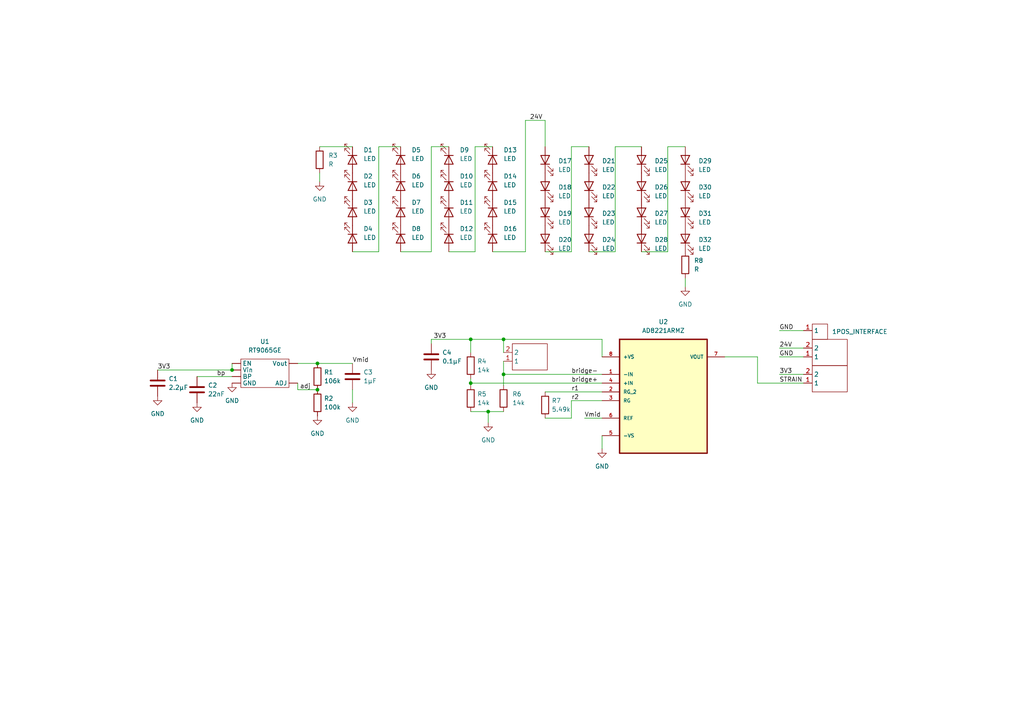
<source format=kicad_sch>
(kicad_sch (version 20211123) (generator eeschema)
  (paper "A4")
  (lib_symbols
    (symbol "Device:C" (pin_numbers hide) (pin_names (offset 0.254))
      (property "Reference" "C" (at 0.635 2.54 0))
      (property "Value" "C" (at 0.635 -2.54 0))
      (symbol "C_0_1"
        (polyline (pts (xy -2.032 -0.762) (xy 2.032 -0.762)) (stroke (width 0.508)))
        (polyline (pts (xy -2.032 0.762) (xy 2.032 0.762)) (stroke (width 0.508)))
      )
      (symbol "C_1_1"
        (pin passive line (at 0 3.81 270) (length 2.794) (name "~") (number "1"))
        (pin passive line (at 0 -3.81 90) (length 2.794) (name "~") (number "2"))
      )
    )
    (symbol "Device:LED" (pin_numbers hide) (pin_names (offset 1.016) hide)
      (property "Reference" "D" (at 0 2.54 0))
      (property "Value" "LED" (at 0 -2.54 0))
      (symbol "LED_0_1"
        (polyline (pts (xy -1.27 -1.27) (xy -1.27 1.27)) (stroke (width 0.254)))
        (polyline (pts (xy -1.27 0) (xy 1.27 0)))
        (polyline (pts (xy 1.27 -1.27) (xy 1.27 1.27) (xy -1.27 0) (xy 1.27 -1.27)) (stroke (width 0.254)))
        (polyline (pts (xy -3.048 -0.762) (xy -4.572 -2.286) (xy -3.81 -2.286) (xy -4.572 -2.286) (xy -4.572 -1.524)))
        (polyline (pts (xy -1.778 -0.762) (xy -3.302 -2.286) (xy -2.54 -2.286) (xy -3.302 -2.286) (xy -3.302 -1.524)))
      )
      (symbol "LED_1_1"
        (pin passive line (at -3.81 0 0) (length 2.54) (name "K") (number "1"))
        (pin passive line (at 3.81 0 180) (length 2.54) (name "A") (number "2"))
      )
    )
    (symbol "Device:R" (pin_numbers hide) (pin_names (offset 0))
      (property "Reference" "R" (at 2.032 0 90))
      (property "Value" "R" (at 0 0 90))
      (symbol "R_0_1"
        (rectangle (start -1.016 -2.54) (end 1.016 2.54) (stroke (width 0.254)))
      )
      (symbol "R_1_1"
        (pin passive line (at 0 3.81 270) (length 1.27) (name "~") (number "1"))
        (pin passive line (at 0 -3.81 90) (length 1.27) (name "~") (number "2"))
      )
    )
    (symbol "GND_1" (power) (pin_names (offset 0))
      (property "Value" "GND_1" (at 0 -3.81 0))
      (symbol "GND_1_0_1"
        (polyline (pts (xy 0 0) (xy 0 -1.27) (xy 1.27 -1.27) (xy 0 -2.54) (xy -1.27 -1.27) (xy 0 -1.27)))
      )
      (symbol "GND_1_1_1"
        (pin power_in line (at 0 0 270) (length 0) hide (name "GND") (number "1"))
      )
    )
    (symbol "GND_2" (power) (pin_names (offset 0))
      (property "Value" "GND_2" (at 0 -3.81 0))
      (symbol "GND_2_0_1"
        (polyline (pts (xy 0 0) (xy 0 -1.27) (xy 1.27 -1.27) (xy 0 -2.54) (xy -1.27 -1.27) (xy 0 -1.27)))
      )
      (symbol "GND_2_1_1"
        (pin power_in line (at 0 0 270) (length 0) hide (name "GND") (number "1"))
      )
    )
    (symbol "GND_3" (power) (pin_names (offset 0))
      (property "Value" "GND_3" (at 0 -3.81 0))
      (symbol "GND_3_0_1"
        (polyline (pts (xy 0 0) (xy 0 -1.27) (xy 1.27 -1.27) (xy 0 -2.54) (xy -1.27 -1.27) (xy 0 -1.27)))
      )
      (symbol "GND_3_1_1"
        (pin power_in line (at 0 0 270) (length 0) hide (name "GND") (number "1"))
      )
    )
    (symbol "IRTouch:1POS_INTERFACE"
      (property "Value" "1POS_INTERFACE" (at 0.635 5.08 0))
      (symbol "1POS_INTERFACE_0_1"
        (polyline (pts (xy 0 -2.54) (xy 0 1.905) (xy 4.445 1.905) (xy 4.445 -2.54) (xy 0 -2.54)))
      )
      (symbol "1POS_INTERFACE_1_1"
        (pin input line (at -2.54 0 0) (length 2.54) (name "1") (number "1"))
      )
    )
    (symbol "IRTouch:2POS_INTERFACE"
      (symbol "2POS_INTERFACE_0_1"
        (polyline (pts (xy 0 0) (xy 0 7.62) (xy 10.16 7.62) (xy 10.16 0) (xy 0 0)))
      )
      (symbol "2POS_INTERFACE_1_1"
        (pin input line (at -2.54 2.54 0) (length 2.54) (name "1") (number "1"))
        (pin input line (at -2.54 5.08 0) (length 2.54) (name "2") (number "2"))
      )
    )
    (symbol "IRTouch:AD8221ARMZ" (pin_names (offset 1.016))
      (property "Reference" "U" (at -4.58 15.1393 0))
      (property "Value" "AD8221ARMZ" (at -5.1856 -25.1909 0))
      (symbol "AD8221ARMZ_0_0"
        (rectangle (start -12.7 -20.32) (end 12.7 12.7) (stroke (width 0.4064)) (fill (type background)))
        (pin input line (at -17.78 2.54 0) (length 5.08) (name "-IN") (number "1"))
        (pin input line (at -17.78 -2.54 0) (length 5.08) (name "RG_2") (number "2"))
        (pin input line (at -17.78 -5.08 0) (length 5.08) (name "RG") (number "3"))
        (pin input line (at -17.78 0 0) (length 5.08) (name "+IN") (number "4"))
        (pin power_in line (at -17.78 -15.24 0) (length 5.08) (name "-VS") (number "5"))
        (pin passive line (at -17.78 -10.16 0) (length 5.08) (name "REF") (number "6"))
        (pin output line (at 17.78 7.62 180) (length 5.08) (name "VOUT") (number "7"))
        (pin power_in line (at -17.78 7.62 0) (length 5.08) (name "+VS") (number "8"))
      )
    )
    (symbol "IRTouch:RT9065GE" (pin_numbers hide)
      (property "Reference" "U" (at 0 8.89 0))
      (property "Value" "RT9065GE" (at 0 6.985 0))
      (symbol "RT9065GE_0_1"
        (rectangle (start -6.985 4.445) (end 6.985 -3.81))
      )
      (symbol "RT9065GE_1_1"
        (pin input line (at -9.525 1.27 0) (length 2.54) (name "Vin") (number "1"))
        (pin input line (at -9.525 -2.54 0) (length 2.54) (name "GND") (number "2"))
        (pin input line (at -9.525 3.175 0) (length 2.54) (name "EN") (number "3"))
        (pin input line (at -9.525 -0.635 0) (length 2.54) (name "BP") (number "4"))
        (pin input line (at 9.525 -2.54 180) (length 2.54) (name "ADJ") (number "5"))
        (pin input line (at 9.525 3.175 180) (length 2.54) (name "Vout") (number "6"))
      )
    )
    (symbol "power:GND" (power) (pin_names (offset 0))
      (property "Value" "GND" (at 0 -3.81 0))
      (symbol "GND_0_1"
        (polyline (pts (xy 0 0) (xy 0 -1.27) (xy 1.27 -1.27) (xy 0 -2.54) (xy -1.27 -1.27) (xy 0 -1.27)))
      )
      (symbol "GND_1_1"
        (pin power_in line (at 0 0 270) (length 0) hide (name "GND") (number "1"))
      )
    )
  )
  (junction (at 67.31 107.315))
  (junction (at 141.605 119.38))
  (junction (at 136.525 111.125))
  (junction (at 92.075 113.03))
  (junction (at 136.525 98.425))
  (junction (at 146.05 108.585))
  (junction (at 92.075 105.41))
  (junction (at 146.05 98.425))
  (wire (pts (xy 219.71 103.505) (xy 219.71 111.125)))
  (wire (pts (xy 136.525 111.125) (xy 136.525 109.855)))
  (wire (pts (xy 165.735 121.285) (xy 158.115 121.285)))
  (wire (pts (xy 226.06 103.505) (xy 233.045 103.505)))
  (wire (pts (xy 165.735 73.025) (xy 165.735 42.545)))
  (wire (pts (xy 136.525 119.38) (xy 141.605 119.38)))
  (wire (pts (xy 67.31 105.41) (xy 67.31 107.315)))
  (wire (pts (xy 165.735 121.285) (xy 165.735 116.205)))
  (wire (pts (xy 92.71 52.705) (xy 92.71 50.165)))
  (wire (pts (xy 226.06 95.885) (xy 233.045 95.885)))
  (wire (pts (xy 152.4 73.025) (xy 142.875 73.025)))
  (wire (pts (xy 178.435 42.545) (xy 186.055 42.545)))
  (wire (pts (xy 198.755 83.185) (xy 198.755 80.645)))
  (wire (pts (xy 136.525 111.76) (xy 136.525 111.125)))
  (wire (pts (xy 92.075 105.41) (xy 102.235 105.41)))
  (wire (pts (xy 141.605 122.555) (xy 141.605 119.38)))
  (wire (pts (xy 152.4 34.925) (xy 152.4 73.025)))
  (wire (pts (xy 146.05 98.425) (xy 146.05 102.235)))
  (wire (pts (xy 109.855 73.025) (xy 109.855 42.545)))
  (wire (pts (xy 226.06 108.585) (xy 233.045 108.585)))
  (wire (pts (xy 226.06 100.965) (xy 233.045 100.965)))
  (wire (pts (xy 136.525 98.425) (xy 136.525 102.235)))
  (wire (pts (xy 125.095 73.025) (xy 125.095 42.545)))
  (wire (pts (xy 146.05 108.585) (xy 174.625 108.585)))
  (wire (pts (xy 92.075 105.41) (xy 86.36 105.41)))
  (wire (pts (xy 165.735 116.205) (xy 174.625 116.205)))
  (wire (pts (xy 92.71 42.545) (xy 102.235 42.545)))
  (wire (pts (xy 86.36 111.125) (xy 86.36 113.03)))
  (wire (pts (xy 174.625 98.425) (xy 174.625 103.505)))
  (wire (pts (xy 109.855 42.545) (xy 116.205 42.545)))
  (wire (pts (xy 158.115 113.665) (xy 174.625 113.665)))
  (wire (pts (xy 137.795 42.545) (xy 142.875 42.545)))
  (wire (pts (xy 130.175 73.025) (xy 137.795 73.025)))
  (wire (pts (xy 125.095 99.695) (xy 125.095 98.425)))
  (wire (pts (xy 158.115 73.025) (xy 165.735 73.025)))
  (wire (pts (xy 146.05 98.425) (xy 174.625 98.425)))
  (wire (pts (xy 125.095 42.545) (xy 130.175 42.545)))
  (wire (pts (xy 210.185 103.505) (xy 219.71 103.505)))
  (wire (pts (xy 152.4 34.925) (xy 158.115 34.925)))
  (wire (pts (xy 102.235 116.84) (xy 102.235 113.03)))
  (wire (pts (xy 170.815 73.025) (xy 178.435 73.025)))
  (wire (pts (xy 146.05 108.585) (xy 146.05 111.76)))
  (wire (pts (xy 193.675 73.025) (xy 193.675 42.545)))
  (wire (pts (xy 146.05 104.775) (xy 146.05 108.585)))
  (wire (pts (xy 178.435 73.025) (xy 178.435 42.545)))
  (wire (pts (xy 219.71 111.125) (xy 233.045 111.125)))
  (wire (pts (xy 141.605 119.38) (xy 146.05 119.38)))
  (wire (pts (xy 45.72 107.315) (xy 67.31 107.315)))
  (wire (pts (xy 102.235 73.025) (xy 109.855 73.025)))
  (wire (pts (xy 86.36 113.03) (xy 92.075 113.03)))
  (wire (pts (xy 57.15 109.22) (xy 67.31 109.22)))
  (wire (pts (xy 169.545 121.285) (xy 174.625 121.285)))
  (wire (pts (xy 174.625 130.175) (xy 174.625 126.365)))
  (wire (pts (xy 137.795 73.025) (xy 137.795 42.545)))
  (wire (pts (xy 186.055 73.025) (xy 193.675 73.025)))
  (wire (pts (xy 158.115 34.925) (xy 158.115 42.545)))
  (wire (pts (xy 136.525 98.425) (xy 146.05 98.425)))
  (wire (pts (xy 193.675 42.545) (xy 198.755 42.545)))
  (wire (pts (xy 136.525 111.125) (xy 174.625 111.125)))
  (wire (pts (xy 165.735 42.545) (xy 170.815 42.545)))
  (wire (pts (xy 125.095 98.425) (xy 136.525 98.425)))
  (wire (pts (xy 116.205 73.025) (xy 125.095 73.025)))
  (label "STRAIN" (at 226.06 111.125 0))
  (label "r2" (at 165.735 116.205 0))
  (label "r1" (at 165.735 113.665 0))
  (label "24V" (at 153.67 34.925 0))
  (label "24V" (at 226.06 100.965 0))
  (label "bp" (at 62.865 109.22 0))
  (label "GND" (at 226.06 95.885 0))
  (label "3V3" (at 125.73 98.425 0))
  (label "Vmid" (at 102.235 105.41 0))
  (label "bridge-" (at 165.735 108.585 0))
  (label "adj" (at 86.995 113.03 0))
  (label "3V3" (at 45.72 107.315 0))
  (label "Vmid" (at 169.545 121.285 0))
  (label "bridge+" (at 165.735 111.125 0))
  (label "3V3" (at 226.06 108.585 0))
  (label "GND" (at 226.06 103.505 0))
  (symbol (lib_id "Device:LED") (at 158.115 61.595 90) (unit 1)
    (property "Reference" "D19" (at 161.925 61.9124 90) (effects (justify right)))
    (property "Value" "LED" (at 161.925 64.4524 90) (effects (justify right)))
    (property "Footprint" "IRTouch:LED0603" (effects hide))
  )
  (symbol (lib_id "IRTouch:2POS_INTERFACE") (at 235.585 106.045 0) (unit 1)
    (property "Reference" "I2" (effects hide))
    (property "Value" "2POS_INTERFACE" (effects hide))
    (property "Footprint" "IRTouch:2POS_INTERFACE" (effects hide))
  )
  (symbol (lib_id "Device:C") (at 57.15 113.03 0) (unit 1)
    (property "Reference" "C2" (at 60.325 111.7599 0) (effects (justify left)))
    (property "Value" "22nF" (at 60.325 114.2999 0) (effects (justify left)))
    (property "Footprint" "Capacitor_SMD:C_0603_1608Metric" (effects hide))
  )
  (symbol (lib_id "Device:LED") (at 158.115 46.355 90) (unit 1)
    (property "Reference" "D17" (at 161.925 46.6724 90) (effects (justify right)))
    (property "Value" "LED" (at 161.925 49.2124 90) (effects (justify right)))
    (property "Footprint" "IRTouch:LED0603" (effects hide))
  )
  (symbol (lib_id "Device:LED") (at 116.205 53.975 270) (unit 1)
    (property "Reference" "D6" (at 119.38 51.1174 90) (effects (justify left)))
    (property "Value" "LED" (at 119.38 53.6574 90) (effects (justify left)))
    (property "Footprint" "IRTouch:LED0603" (effects hide))
  )
  (symbol (lib_id "Device:R") (at 92.075 116.84 0) (unit 1)
    (property "Reference" "R2" (at 93.98 115.5699 0) (effects (justify left)))
    (property "Value" "100k" (at 93.98 118.1099 0) (effects (justify left)))
    (property "Footprint" "Resistor_SMD:R_0603_1608Metric" (effects hide))
  )
  (symbol (lib_name "GND_3") (lib_id "power:GND") (at 125.095 107.315 0) (unit 1)
    (property "Reference" "#PWR07" (effects hide))
    (property "Value" "GND" (at 125.095 112.395 0))
  )
  (symbol (lib_id "Device:LED") (at 142.875 61.595 270) (unit 1)
    (property "Reference" "D15" (at 146.05 58.7374 90) (effects (justify left)))
    (property "Value" "LED" (at 146.05 61.2774 90) (effects (justify left)))
    (property "Footprint" "IRTouch:LED0603" (effects hide))
  )
  (symbol (lib_id "Device:LED") (at 170.815 53.975 90) (unit 1)
    (property "Reference" "D22" (at 174.625 54.2924 90) (effects (justify right)))
    (property "Value" "LED" (at 174.625 56.8324 90) (effects (justify right)))
    (property "Footprint" "IRTouch:LED0603" (effects hide))
  )
  (symbol (lib_id "Device:C") (at 125.095 103.505 0) (unit 1)
    (property "Reference" "C4" (at 128.27 102.2349 0) (effects (justify left)))
    (property "Value" "0.1µF" (at 128.27 104.7749 0) (effects (justify left)))
    (property "Footprint" "Capacitor_SMD:C_0603_1608Metric" (effects hide))
  )
  (symbol (lib_id "IRTouch:AD8221ARMZ") (at 192.405 111.125 0) (unit 1)
    (property "Reference" "U2" (at 192.405 93.345 0))
    (property "Value" "AD8221ARMZ" (at 192.405 95.885 0))
    (property "Footprint" "SOP65P490X110-8N" (effects hide))
    (property "OC_FARNELL" "1581948" (effects hide))
    (property "SUPPLIER" "Analog Devices" (effects hide))
    (property "MPN" "AD8221ARMZ" (effects hide))
    (property "PACKAGE" "MSOP-8" (effects hide))
    (property "OC_NEWARK" "19M0946" (effects hide))
  )
  (symbol (lib_id "Device:LED") (at 198.755 46.355 90) (unit 1)
    (property "Reference" "D29" (at 202.565 46.6724 90) (effects (justify right)))
    (property "Value" "LED" (at 202.565 49.2124 90) (effects (justify right)))
    (property "Footprint" "IRTouch:LED0603" (effects hide))
  )
  (symbol (lib_id "Device:LED") (at 130.175 53.975 270) (unit 1)
    (property "Reference" "D10" (at 133.35 51.1174 90) (effects (justify left)))
    (property "Value" "LED" (at 133.35 53.6574 90) (effects (justify left)))
    (property "Footprint" "IRTouch:LED0603" (effects hide))
  )
  (symbol (lib_name "GND_3") (lib_id "power:GND") (at 102.235 116.84 0) (unit 1)
    (property "Reference" "#PWR06" (effects hide))
    (property "Value" "GND" (at 102.235 121.92 0))
  )
  (symbol (lib_id "Device:R") (at 158.115 117.475 0) (unit 1)
    (property "Reference" "R7" (at 160.02 116.2049 0) (effects (justify left)))
    (property "Value" "5.49k" (at 160.02 118.7449 0) (effects (justify left)))
    (property "Footprint" "Resistor_SMD:R_0603_1608Metric" (effects hide))
  )
  (symbol (lib_id "Device:LED") (at 170.815 61.595 90) (unit 1)
    (property "Reference" "D23" (at 174.625 61.9124 90) (effects (justify right)))
    (property "Value" "LED" (at 174.625 64.4524 90) (effects (justify right)))
    (property "Footprint" "IRTouch:LED0603" (effects hide))
  )
  (symbol (lib_id "Device:LED") (at 102.235 53.975 270) (unit 1)
    (property "Reference" "D2" (at 105.41 51.1174 90) (effects (justify left)))
    (property "Value" "LED" (at 105.41 53.6574 90) (effects (justify left)))
    (property "Footprint" "IRTouch:LED0603" (effects hide))
  )
  (symbol (lib_id "Device:R") (at 92.71 46.355 0) (unit 1)
    (property "Reference" "R3" (at 95.25 45.0849 0) (effects (justify left)))
    (property "Value" "R" (at 95.25 47.6249 0) (effects (justify left)))
    (property "Footprint" "Resistor_SMD:R_0603_1608Metric" (effects hide))
  )
  (symbol (lib_id "IRTouch:RT9065GE") (at 76.835 108.585 0) (unit 1)
    (property "Reference" "U1" (at 76.835 99.06 0))
    (property "Value" "RT9065GE" (at 76.835 101.6 0))
    (property "Footprint" "IRTouch:SOT-23-6" (effects hide))
  )
  (symbol (lib_id "Device:LED") (at 130.175 46.355 270) (unit 1)
    (property "Reference" "D9" (at 133.35 43.4974 90) (effects (justify left)))
    (property "Value" "LED" (at 133.35 46.0374 90) (effects (justify left)))
    (property "Footprint" "IRTouch:LED0603" (effects hide))
  )
  (symbol (lib_id "Device:LED") (at 186.055 46.355 90) (unit 1)
    (property "Reference" "D25" (at 189.865 46.6724 90) (effects (justify right)))
    (property "Value" "LED" (at 189.865 49.2124 90) (effects (justify right)))
    (property "Footprint" "IRTouch:LED0603" (effects hide))
  )
  (symbol (lib_id "Device:LED") (at 102.235 61.595 270) (unit 1)
    (property "Reference" "D3" (at 105.41 58.7374 90) (effects (justify left)))
    (property "Value" "LED" (at 105.41 61.2774 90) (effects (justify left)))
    (property "Footprint" "IRTouch:LED0603" (effects hide))
  )
  (symbol (lib_id "Device:LED") (at 170.815 69.215 90) (unit 1)
    (property "Reference" "D24" (at 174.625 69.5324 90) (effects (justify right)))
    (property "Value" "LED" (at 174.625 72.0724 90) (effects (justify right)))
    (property "Footprint" "IRTouch:LED0603" (effects hide))
  )
  (symbol (lib_id "Device:C") (at 102.235 109.22 0) (unit 1)
    (property "Reference" "C3" (at 105.41 107.9499 0) (effects (justify left)))
    (property "Value" "1µF" (at 105.41 110.4899 0) (effects (justify left)))
    (property "Footprint" "Capacitor_SMD:C_0603_1608Metric" (effects hide))
  )
  (symbol (lib_id "Device:LED") (at 186.055 53.975 90) (unit 1)
    (property "Reference" "D26" (at 189.865 54.2924 90) (effects (justify right)))
    (property "Value" "LED" (at 189.865 56.8324 90) (effects (justify right)))
    (property "Footprint" "IRTouch:LED0603" (effects hide))
  )
  (symbol (lib_id "Device:LED") (at 102.235 46.355 270) (unit 1)
    (property "Reference" "D1" (at 105.41 43.4974 90) (effects (justify left)))
    (property "Value" "LED" (at 105.41 46.0374 90) (effects (justify left)))
    (property "Footprint" "IRTouch:LED0603" (effects hide))
  )
  (symbol (lib_name "GND_3") (lib_id "power:GND") (at 92.075 120.65 0) (unit 1)
    (property "Reference" "#PWR04" (effects hide))
    (property "Value" "GND" (at 92.075 125.73 0))
  )
  (symbol (lib_id "Device:LED") (at 198.755 53.975 90) (unit 1)
    (property "Reference" "D30" (at 202.565 54.2924 90) (effects (justify right)))
    (property "Value" "LED" (at 202.565 56.8324 90) (effects (justify right)))
    (property "Footprint" "IRTouch:LED0603" (effects hide))
  )
  (symbol (lib_id "Device:R") (at 198.755 76.835 0) (unit 1)
    (property "Reference" "R8" (at 201.295 75.5649 0) (effects (justify left)))
    (property "Value" "R" (at 201.295 78.1049 0) (effects (justify left)))
    (property "Footprint" "Resistor_SMD:R_0603_1608Metric" (effects hide))
  )
  (symbol (lib_id "power:GND") (at 174.625 130.175 0) (unit 1)
    (property "Reference" "#PWR09" (effects hide))
    (property "Value" "GND" (at 174.625 135.255 0))
  )
  (symbol (lib_id "Device:LED") (at 198.755 69.215 90) (unit 1)
    (property "Reference" "D32" (at 202.565 69.5324 90) (effects (justify right)))
    (property "Value" "LED" (at 202.565 72.0724 90) (effects (justify right)))
    (property "Footprint" "IRTouch:LED0603" (effects hide))
  )
  (symbol (lib_name "GND_3") (lib_id "power:GND") (at 67.31 111.125 0) (unit 1)
    (property "Reference" "#PWR03" (effects hide))
    (property "Value" "GND" (at 67.31 116.205 0))
  )
  (symbol (lib_id "Device:LED") (at 130.175 69.215 270) (unit 1)
    (property "Reference" "D12" (at 133.35 66.3574 90) (effects (justify left)))
    (property "Value" "LED" (at 133.35 68.8974 90) (effects (justify left)))
    (property "Footprint" "IRTouch:LED0603" (effects hide))
  )
  (symbol (lib_id "Device:LED") (at 116.205 61.595 270) (unit 1)
    (property "Reference" "D7" (at 119.38 58.7374 90) (effects (justify left)))
    (property "Value" "LED" (at 119.38 61.2774 90) (effects (justify left)))
    (property "Footprint" "IRTouch:LED0603" (effects hide))
  )
  (symbol (lib_id "Device:LED") (at 198.755 61.595 90) (unit 1)
    (property "Reference" "D31" (at 202.565 61.9124 90) (effects (justify right)))
    (property "Value" "LED" (at 202.565 64.4524 90) (effects (justify right)))
    (property "Footprint" "IRTouch:LED0603" (effects hide))
  )
  (symbol (lib_id "Device:LED") (at 116.205 69.215 270) (unit 1)
    (property "Reference" "D8" (at 119.38 66.3574 90) (effects (justify left)))
    (property "Value" "LED" (at 119.38 68.8974 90) (effects (justify left)))
    (property "Footprint" "IRTouch:LED0603" (effects hide))
  )
  (symbol (lib_name "GND_3") (lib_id "power:GND") (at 45.72 114.935 0) (unit 1)
    (property "Reference" "#PWR01" (effects hide))
    (property "Value" "GND" (at 45.72 120.015 0))
  )
  (symbol (lib_id "Device:R") (at 92.075 109.22 0) (unit 1)
    (property "Reference" "R1" (at 93.98 107.9499 0) (effects (justify left)))
    (property "Value" "106k" (at 93.98 110.4899 0) (effects (justify left)))
    (property "Footprint" "Resistor_SMD:R_0603_1608Metric" (effects hide))
  )
  (symbol (lib_id "Device:LED") (at 170.815 46.355 90) (unit 1)
    (property "Reference" "D21" (at 174.625 46.6724 90) (effects (justify right)))
    (property "Value" "LED" (at 174.625 49.2124 90) (effects (justify right)))
    (property "Footprint" "IRTouch:LED0603" (effects hide))
  )
  (symbol (lib_id "Device:C") (at 45.72 111.125 0) (unit 1)
    (property "Reference" "C1" (at 48.895 109.8549 0) (effects (justify left)))
    (property "Value" "2.2µF" (at 48.895 112.3949 0) (effects (justify left)))
    (property "Footprint" "Capacitor_SMD:C_0603_1608Metric" (effects hide))
  )
  (symbol (lib_id "Device:LED") (at 142.875 46.355 270) (unit 1)
    (property "Reference" "D13" (at 146.05 43.4974 90) (effects (justify left)))
    (property "Value" "LED" (at 146.05 46.0374 90) (effects (justify left)))
    (property "Footprint" "IRTouch:LED0603" (effects hide))
  )
  (symbol (lib_id "Device:LED") (at 158.115 53.975 90) (unit 1)
    (property "Reference" "D18" (at 161.925 54.2924 90) (effects (justify right)))
    (property "Value" "LED" (at 161.925 56.8324 90) (effects (justify right)))
    (property "Footprint" "IRTouch:LED0603" (effects hide))
  )
  (symbol (lib_id "Device:LED") (at 102.235 69.215 270) (unit 1)
    (property "Reference" "D4" (at 105.41 66.3574 90) (effects (justify left)))
    (property "Value" "LED" (at 105.41 68.8974 90) (effects (justify left)))
    (property "Footprint" "IRTouch:LED0603" (effects hide))
  )
  (symbol (lib_id "Device:LED") (at 130.175 61.595 270) (unit 1)
    (property "Reference" "D11" (at 133.35 58.7374 90) (effects (justify left)))
    (property "Value" "LED" (at 133.35 61.2774 90) (effects (justify left)))
    (property "Footprint" "IRTouch:LED0603" (effects hide))
  )
  (symbol (lib_id "Device:LED") (at 186.055 61.595 90) (unit 1)
    (property "Reference" "D27" (at 189.865 61.9124 90) (effects (justify right)))
    (property "Value" "LED" (at 189.865 64.4524 90) (effects (justify right)))
    (property "Footprint" "IRTouch:LED0603" (effects hide))
  )
  (symbol (lib_id "Device:LED") (at 158.115 69.215 90) (unit 1)
    (property "Reference" "D20" (at 161.925 69.5324 90) (effects (justify right)))
    (property "Value" "LED" (at 161.925 72.0724 90) (effects (justify right)))
    (property "Footprint" "IRTouch:LED0603" (effects hide))
  )
  (symbol (lib_id "Device:LED") (at 116.205 46.355 270) (unit 1)
    (property "Reference" "D5" (at 119.38 43.4974 90) (effects (justify left)))
    (property "Value" "LED" (at 119.38 46.0374 90) (effects (justify left)))
    (property "Footprint" "IRTouch:LED0603" (effects hide))
  )
  (symbol (lib_id "Device:LED") (at 142.875 53.975 270) (unit 1)
    (property "Reference" "D14" (at 146.05 51.1174 90) (effects (justify left)))
    (property "Value" "LED" (at 146.05 53.6574 90) (effects (justify left)))
    (property "Footprint" "IRTouch:LED0603" (effects hide))
  )
  (symbol (lib_id "IRTouch:1POS_INTERFACE") (at 235.585 95.885 0) (unit 1)
    (property "Reference" "U3" (effects hide))
    (property "Value" "1POS_INTERFACE" (at 241.3 96.2024 0) (effects (justify left)))
    (property "Footprint" "IRTouch:1POS_INTERFACE" (effects hide))
  )
  (symbol (lib_id "IRTouch:2POS_INTERFACE") (at 148.59 107.315 0) (unit 1)
    (property "Reference" "I1" (effects hide))
    (property "Value" "2POS_INTERFACE" (effects hide))
    (property "Footprint" "IRTouch:2POS_STRAIN_INTERFACE" (effects hide))
  )
  (symbol (lib_id "Device:R") (at 136.525 115.57 0) (unit 1)
    (property "Reference" "R5" (at 138.43 114.2999 0) (effects (justify left)))
    (property "Value" "14k" (at 138.43 116.8399 0) (effects (justify left)))
    (property "Footprint" "Resistor_SMD:R_0603_1608Metric" (effects hide))
  )
  (symbol (lib_name "GND_3") (lib_id "power:GND") (at 141.605 122.555 0) (unit 1)
    (property "Reference" "#PWR08" (effects hide))
    (property "Value" "GND" (at 141.605 127.635 0))
  )
  (symbol (lib_id "IRTouch:2POS_INTERFACE") (at 235.585 113.665 0) (unit 1)
    (property "Reference" "I3" (effects hide))
    (property "Value" "2POS_INTERFACE" (effects hide))
    (property "Footprint" "IRTouch:2POS_INTERFACE" (effects hide))
  )
  (symbol (lib_name "GND_3") (lib_id "power:GND") (at 57.15 116.84 0) (unit 1)
    (property "Reference" "#PWR02" (effects hide))
    (property "Value" "GND" (at 57.15 121.92 0))
  )
  (symbol (lib_id "Device:R") (at 146.05 115.57 0) (unit 1)
    (property "Reference" "R6" (at 148.59 114.2999 0) (effects (justify left)))
    (property "Value" "14k" (at 148.59 116.8399 0) (effects (justify left)))
    (property "Footprint" "Resistor_SMD:R_0603_1608Metric" (effects hide))
  )
  (symbol (lib_id "Device:R") (at 136.525 106.045 0) (unit 1)
    (property "Reference" "R4" (at 138.43 104.7749 0) (effects (justify left)))
    (property "Value" "14k" (at 138.43 107.3149 0) (effects (justify left)))
    (property "Footprint" "Resistor_SMD:R_0603_1608Metric" (effects hide))
  )
  (symbol (lib_name "GND_2") (lib_id "power:GND") (at 198.755 83.185 0) (unit 1)
    (property "Reference" "#PWR010" (effects hide))
    (property "Value" "GND" (at 198.755 88.265 0))
  )
  (symbol (lib_id "Device:LED") (at 186.055 69.215 90) (unit 1)
    (property "Reference" "D28" (at 189.865 69.5324 90) (effects (justify right)))
    (property "Value" "LED" (at 189.865 72.0724 90) (effects (justify right)))
    (property "Footprint" "IRTouch:LED0603" (effects hide))
  )
  (symbol (lib_id "Device:LED") (at 142.875 69.215 270) (unit 1)
    (property "Reference" "D16" (at 146.05 66.3574 90) (effects (justify left)))
    (property "Value" "LED" (at 146.05 68.8974 90) (effects (justify left)))
    (property "Footprint" "IRTouch:LED0603" (effects hide))
  )
  (symbol (lib_name "GND_1") (lib_id "power:GND") (at 92.71 52.705 0) (unit 1)
    (property "Reference" "#PWR05" (effects hide))
    (property "Value" "GND" (at 92.71 57.785 0))
  )
)
</source>
